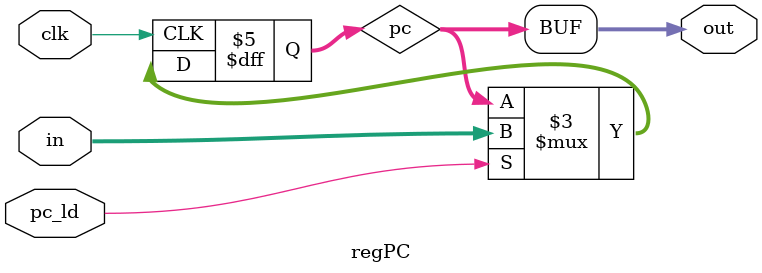
<source format=sv>
module regPC (input logic clk, pc_ld, 
				  input logic [31:0] in,
				  output logic [31:0] out);

	logic [31:0] pc = 32'd0;
	
	assign out = pc;
	
	always_ff @(negedge clk) begin
		if (pc_ld)
			pc <= in; 
	end

endmodule

</source>
